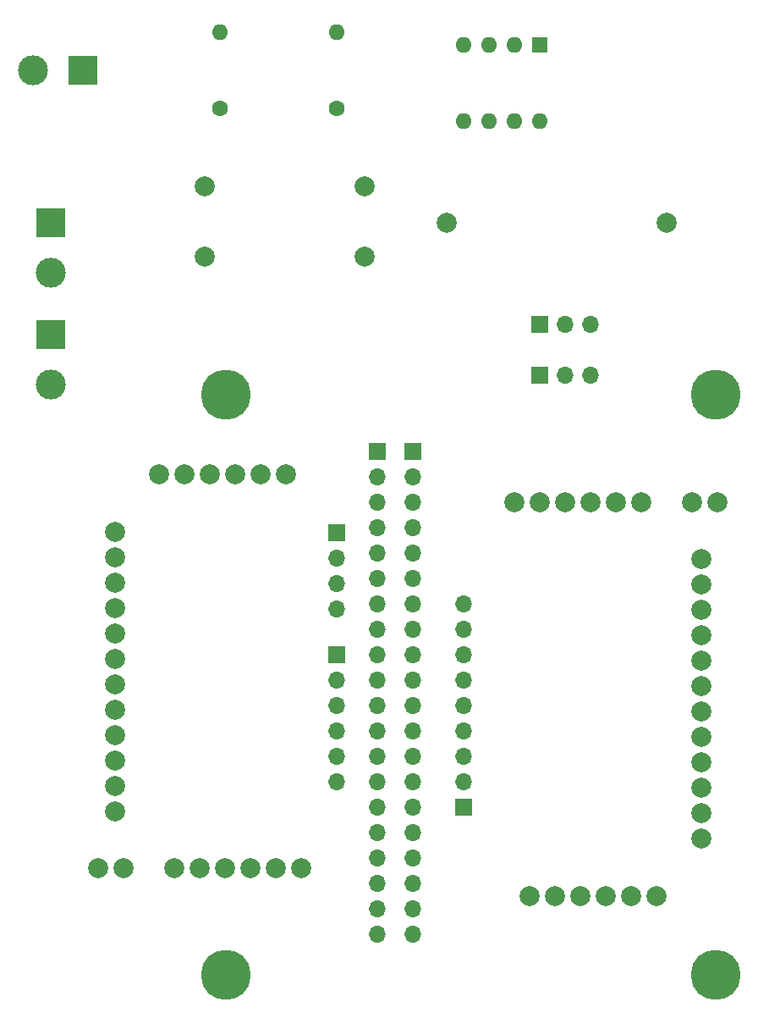
<source format=gbr>
%TF.GenerationSoftware,KiCad,Pcbnew,7.0.5*%
%TF.CreationDate,2023-06-09T18:15:06-05:00*%
%TF.ProjectId,pcbpai,70636270-6169-42e6-9b69-6361645f7063,rev?*%
%TF.SameCoordinates,Original*%
%TF.FileFunction,Soldermask,Top*%
%TF.FilePolarity,Negative*%
%FSLAX46Y46*%
G04 Gerber Fmt 4.6, Leading zero omitted, Abs format (unit mm)*
G04 Created by KiCad (PCBNEW 7.0.5) date 2023-06-09 18:15:06*
%MOMM*%
%LPD*%
G01*
G04 APERTURE LIST*
%ADD10C,2.000000*%
%ADD11R,1.700000X1.700000*%
%ADD12O,1.700000X1.700000*%
%ADD13C,5.000000*%
%ADD14C,1.600000*%
%ADD15O,1.600000X1.600000*%
%ADD16R,1.600000X1.600000*%
%ADD17R,3.000000X3.000000*%
%ADD18C,3.000000*%
G04 APERTURE END LIST*
D10*
%TO.C,U4*%
X151922500Y-87217500D03*
X151922500Y-80217500D03*
X167922500Y-87217500D03*
X167922500Y-80217500D03*
%TD*%
D11*
%TO.C,J6*%
X165100000Y-127000000D03*
D12*
X165100000Y-129540000D03*
X165100000Y-132080000D03*
X165100000Y-134620000D03*
X165100000Y-137160000D03*
X165100000Y-139700000D03*
%TD*%
D10*
%TO.C,J1*%
X176120000Y-83820000D03*
X198120000Y-83820000D03*
%TD*%
D13*
%TO.C,M1*%
X154000000Y-159000000D03*
%TD*%
D14*
%TO.C,R1*%
X153430000Y-72390000D03*
D15*
X153430000Y-64770000D03*
%TD*%
D11*
%TO.C,J2*%
X165100000Y-114840000D03*
D12*
X165100000Y-117380000D03*
X165100000Y-119920000D03*
X165100000Y-122460000D03*
%TD*%
D13*
%TO.C,REF\u002A\u002A*%
X203000000Y-101000000D03*
%TD*%
D16*
%TO.C,U6*%
X185420000Y-66040000D03*
D15*
X182880000Y-66040000D03*
X180340000Y-66040000D03*
X177800000Y-66040000D03*
X177800000Y-73660000D03*
X180340000Y-73660000D03*
X182880000Y-73660000D03*
X185420000Y-73660000D03*
%TD*%
D13*
%TO.C,REF\u002A\u002A*%
X203000000Y-159000000D03*
%TD*%
D17*
%TO.C,J3*%
X139700000Y-68580000D03*
D18*
X134700000Y-68580000D03*
%TD*%
D17*
%TO.C,J4*%
X136500000Y-83820000D03*
D18*
X136500000Y-88820000D03*
%TD*%
D10*
%TO.C,U2*%
X197120000Y-151130000D03*
X194580000Y-151130000D03*
X192040000Y-151130000D03*
X189500000Y-151130000D03*
X186960000Y-151130000D03*
X184420000Y-151130000D03*
X201560000Y-145380000D03*
X201560000Y-142840000D03*
X201560000Y-140300000D03*
X201560000Y-137760000D03*
X201560000Y-135220000D03*
X201560000Y-132680000D03*
X201560000Y-130140000D03*
X201560000Y-127600000D03*
X201560000Y-125060000D03*
X201560000Y-122520000D03*
X201560000Y-119980000D03*
X201560000Y-117440000D03*
X182880000Y-111750000D03*
X185420000Y-111750000D03*
X187960000Y-111750000D03*
X190500000Y-111750000D03*
X193040000Y-111760000D03*
X195580000Y-111750000D03*
X200660000Y-111750000D03*
X203200000Y-111750000D03*
%TD*%
D13*
%TO.C,REF\u002A\u002A*%
X154000000Y-101000000D03*
%TD*%
D14*
%TO.C,R2*%
X165100000Y-72390000D03*
D15*
X165100000Y-64770000D03*
%TD*%
D10*
%TO.C,U1*%
X147320000Y-109000000D03*
X149860000Y-109000000D03*
X152400000Y-109000000D03*
X154940000Y-109000000D03*
X157480000Y-109000000D03*
X160020000Y-109000000D03*
X142880000Y-114750000D03*
X142880000Y-117290000D03*
X142880000Y-119830000D03*
X142880000Y-122370000D03*
X142880000Y-124910000D03*
X142880000Y-127450000D03*
X142880000Y-129990000D03*
X142880000Y-132530000D03*
X142880000Y-135070000D03*
X142880000Y-137610000D03*
X142880000Y-140150000D03*
X142880000Y-142690000D03*
X161560000Y-148380000D03*
X159020000Y-148380000D03*
X156480000Y-148380000D03*
X153940000Y-148380000D03*
X151400000Y-148370000D03*
X148860000Y-148380000D03*
X143780000Y-148380000D03*
X141240000Y-148380000D03*
%TD*%
D17*
%TO.C,J5*%
X136500000Y-95000000D03*
D18*
X136500000Y-100000000D03*
%TD*%
D11*
%TO.C,U3*%
X169120000Y-106680000D03*
X172720000Y-106680000D03*
D12*
X169120000Y-109220000D03*
X172720000Y-109220000D03*
X169120000Y-111760000D03*
X172720000Y-111760000D03*
X169120000Y-114300000D03*
X172720000Y-114300000D03*
X169120000Y-116840000D03*
X172720000Y-116840000D03*
X169120000Y-119380000D03*
X172720000Y-119380000D03*
X169120000Y-121920000D03*
X172720000Y-121920000D03*
X169120000Y-124460000D03*
X172720000Y-124460000D03*
X169120000Y-127000000D03*
X172720000Y-127000000D03*
X169120000Y-129540000D03*
X172720000Y-129540000D03*
X169120000Y-132080000D03*
X172720000Y-132080000D03*
X169120000Y-134620000D03*
X172720000Y-134620000D03*
X169120000Y-137160000D03*
X172720000Y-137160000D03*
X169120000Y-139700000D03*
X172720000Y-139700000D03*
X169120000Y-142240000D03*
X172720000Y-142240000D03*
X169120000Y-144780000D03*
X172720000Y-144780000D03*
X169120000Y-147320000D03*
X172720000Y-147320000D03*
X169120000Y-149860000D03*
X172720000Y-149860000D03*
X169120000Y-152400000D03*
X172720000Y-152400000D03*
X169120000Y-154940000D03*
X172720000Y-154940000D03*
%TD*%
D11*
%TO.C,SW1*%
X185420000Y-99060000D03*
D12*
X187960000Y-99060000D03*
X190500000Y-99060000D03*
D11*
X185420000Y-93980000D03*
D12*
X187960000Y-93980000D03*
X190500000Y-93980000D03*
%TD*%
D11*
%TO.C,J8*%
X177800000Y-142240000D03*
D12*
X177800000Y-139700000D03*
X177800000Y-137160000D03*
X177800000Y-134620000D03*
X177800000Y-132080000D03*
X177800000Y-129540000D03*
X177800000Y-127000000D03*
X177800000Y-124460000D03*
X177800000Y-121920000D03*
%TD*%
M02*

</source>
